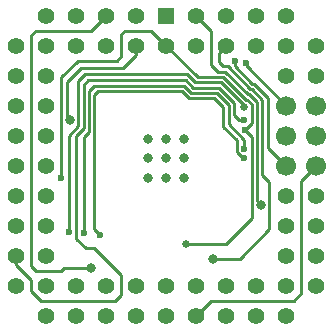
<source format=gbr>
%TF.GenerationSoftware,KiCad,Pcbnew,(6.0.4)*%
%TF.CreationDate,2022-07-16T18:09:19+02:00*%
%TF.ProjectId,AirlabMuxAtmel,4169726c-6162-44d7-9578-41746d656c2e,rev?*%
%TF.SameCoordinates,Original*%
%TF.FileFunction,Copper,L2,Bot*%
%TF.FilePolarity,Positive*%
%FSLAX46Y46*%
G04 Gerber Fmt 4.6, Leading zero omitted, Abs format (unit mm)*
G04 Created by KiCad (PCBNEW (6.0.4)) date 2022-07-16 18:09:19*
%MOMM*%
%LPD*%
G01*
G04 APERTURE LIST*
%TA.AperFunction,ComponentPad*%
%ADD10C,1.700000*%
%TD*%
%TA.AperFunction,ComponentPad*%
%ADD11R,1.422400X1.422400*%
%TD*%
%TA.AperFunction,ComponentPad*%
%ADD12C,1.422400*%
%TD*%
%TA.AperFunction,ViaPad*%
%ADD13C,0.800000*%
%TD*%
%TA.AperFunction,ViaPad*%
%ADD14C,0.600000*%
%TD*%
%TA.AperFunction,ViaPad*%
%ADD15C,0.650000*%
%TD*%
%TA.AperFunction,Conductor*%
%ADD16C,0.250000*%
%TD*%
G04 APERTURE END LIST*
D10*
%TO.P,P1,1,P1*%
%TO.N,Net-(IC3-Pad34)*%
X107950000Y-61595000D03*
%TO.P,P1,2,P2*%
%TO.N,Net-(C2-Pad1)*%
X110490000Y-61595000D03*
%TO.P,P1,3,P3*%
%TO.N,unconnected-(P1-Pad3)*%
X107950000Y-64135000D03*
%TO.P,P1,4,P4*%
%TO.N,unconnected-(P1-Pad4)*%
X110490000Y-64135000D03*
%TO.P,P1,5,P5*%
%TO.N,Net-(IC3-Pad35)*%
X107950000Y-66675000D03*
%TO.P,P1,6,P6*%
%TO.N,Net-(C2-Pad2)*%
X110490000Y-66675000D03*
%TD*%
D11*
%TO.P,IC2,1,P5.0-ADC0*%
%TO.N,SW1*%
X97790000Y-53975000D03*
D12*
%TO.P,IC2,2,VDD*%
%TO.N,Net-(C2-Pad1)*%
X97790000Y-56515000D03*
%TO.P,IC2,3,STADC*%
%TO.N,unconnected-(IC2-Pad3)*%
X95250000Y-53975000D03*
%TO.P,IC2,4,PWM0/*%
%TO.N,RST_CC*%
X95250000Y-56515000D03*
%TO.P,IC2,5,PWM1/*%
%TO.N,CS_CC*%
X92710000Y-53975000D03*
%TO.P,IC2,6,EW/*%
%TO.N,unconnected-(IC2-Pad6)*%
X92710000Y-56515000D03*
%TO.P,IC2,7,P4.0-CMSR0*%
%TO.N,LCD_D4*%
X90170000Y-53975000D03*
%TO.P,IC2,8,P4.1-CMSR1*%
%TO.N,LCD_D5*%
X90170000Y-56515000D03*
%TO.P,IC2,9,P4.2-CMSR2*%
%TO.N,LCD_D6*%
X87630000Y-53975000D03*
%TO.P,IC2,10,P4.3-CMSR3*%
%TO.N,LCD_D7*%
X85090000Y-56515000D03*
%TO.P,IC2,11,P4.4-CMSR4*%
%TO.N,LCD_RW*%
X87630000Y-56515000D03*
%TO.P,IC2,12,P4.5-CMSR5*%
%TO.N,LCD_RS*%
X85090000Y-59055000D03*
%TO.P,IC2,13,P4.6-CMT0*%
%TO.N,LCD_E*%
X87630000Y-59055000D03*
%TO.P,IC2,14,P4.7-CMT1*%
%TO.N,STRB1*%
X85090000Y-61595000D03*
%TO.P,IC2,15,RST*%
%TO.N,unconnected-(IC2-Pad15)*%
X87630000Y-61595000D03*
%TO.P,IC2,16,CT0I-P1.0*%
%TO.N,AS0*%
X85090000Y-64135000D03*
%TO.P,IC2,17,CT1I-P1.1*%
%TO.N,AS1*%
X87630000Y-64135000D03*
%TO.P,IC2,18,CT2I-P1.2*%
%TO.N,AS2*%
X85090000Y-66675000D03*
%TO.P,IC2,19,CT3I-P1.3*%
%TO.N,AS3*%
X87630000Y-66675000D03*
%TO.P,IC2,20,T2-P1.4*%
%TO.N,AS4*%
X85090000Y-69215000D03*
%TO.P,IC2,21,RT2-P1.5*%
%TO.N,STRB2*%
X87630000Y-69215000D03*
%TO.P,IC2,22,CSL-P1.6*%
%TO.N,SCL*%
X85090000Y-71755000D03*
%TO.P,IC2,23,SDA-P1.7*%
%TO.N,SDA*%
X87630000Y-71755000D03*
%TO.P,IC2,24,P3.0-RXD*%
%TO.N,RXD*%
X85090000Y-74295000D03*
%TO.P,IC2,25,P3.1-TXD*%
%TO.N,TXD*%
X87630000Y-74295000D03*
%TO.P,IC2,26,P3.2-INT0/*%
%TO.N,DATA1*%
X85090000Y-76835000D03*
%TO.P,IC2,27,P3.3-INT1/*%
%TO.N,DATA2*%
X87630000Y-79375000D03*
%TO.P,IC2,28,P3.4-T0*%
%TO.N,CLK1*%
X87630000Y-76835000D03*
%TO.P,IC2,29,P3.5-T1*%
%TO.N,CLK2*%
X90170000Y-79375000D03*
%TO.P,IC2,30,P3.6-WR/*%
%TO.N,unconnected-(IC2-Pad30)*%
X90170000Y-76835000D03*
%TO.P,IC2,31,P3.7-RD/*%
%TO.N,unconnected-(IC2-Pad31)*%
X92710000Y-79375000D03*
%TO.P,IC2,32,NC1*%
%TO.N,unconnected-(IC2-Pad32)*%
X92710000Y-76835000D03*
%TO.P,IC2,33,NC2*%
%TO.N,unconnected-(IC2-Pad33)*%
X95250000Y-79375000D03*
%TO.P,IC2,34,XTAL2*%
%TO.N,unconnected-(IC2-Pad34)*%
X95250000Y-76835000D03*
%TO.P,IC2,35,XTAL1*%
%TO.N,unconnected-(IC2-Pad35)*%
X97790000Y-79375000D03*
%TO.P,IC2,36,VSS*%
%TO.N,Net-(C2-Pad2)*%
X97790000Y-76835000D03*
%TO.P,IC2,37,VSS@1*%
X100330000Y-79375000D03*
%TO.P,IC2,38,NC3*%
%TO.N,unconnected-(IC2-Pad38)*%
X100330000Y-76835000D03*
%TO.P,IC2,39,A08-P2.0*%
%TO.N,unconnected-(IC2-Pad39)*%
X102870000Y-79375000D03*
%TO.P,IC2,40,A09-P2.1*%
%TO.N,unconnected-(IC2-Pad40)*%
X102870000Y-76835000D03*
%TO.P,IC2,41,A10-P2.2*%
%TO.N,unconnected-(IC2-Pad41)*%
X105410000Y-79375000D03*
%TO.P,IC2,42,A11-P2.3*%
%TO.N,unconnected-(IC2-Pad42)*%
X105410000Y-76835000D03*
%TO.P,IC2,43,A12-P2.4*%
%TO.N,unconnected-(IC2-Pad43)*%
X107950000Y-79375000D03*
%TO.P,IC2,44,A13-P2.5*%
%TO.N,unconnected-(IC2-Pad44)*%
X110490000Y-76835000D03*
%TO.P,IC2,45,A14-P2.6*%
%TO.N,unconnected-(IC2-Pad45)*%
X107950000Y-76835000D03*
%TO.P,IC2,46,A15-P2.7*%
%TO.N,unconnected-(IC2-Pad46)*%
X110490000Y-74295000D03*
%TO.P,IC2,47,PSEN/*%
%TO.N,unconnected-(IC2-Pad47)*%
X107950000Y-74295000D03*
%TO.P,IC2,48,ALE-PROG/*%
%TO.N,unconnected-(IC2-Pad48)*%
X110490000Y-71755000D03*
%TO.P,IC2,49,EA/VPP*%
%TO.N,unconnected-(IC2-Pad49)*%
X107950000Y-71755000D03*
%TO.P,IC2,50,AD7-P0.7*%
%TO.N,unconnected-(IC2-Pad50)*%
X110490000Y-69215000D03*
%TO.P,IC2,51,AD6-P0.6*%
%TO.N,unconnected-(IC2-Pad51)*%
X107950000Y-69215000D03*
%TO.P,IC2,58,AVREF-*%
%TO.N,unconnected-(IC2-Pad58)*%
X110490000Y-59055000D03*
%TO.P,IC2,59,AVREF+*%
%TO.N,unconnected-(IC2-Pad59)*%
X107950000Y-59055000D03*
%TO.P,IC2,60,AVSS*%
%TO.N,unconnected-(IC2-Pad60)*%
X110490000Y-56515000D03*
%TO.P,IC2,61,AVDD*%
%TO.N,unconnected-(IC2-Pad61)*%
X107950000Y-53975000D03*
%TO.P,IC2,62,P5.7-ADC7*%
%TO.N,SW8*%
X107950000Y-56515000D03*
%TO.P,IC2,63,P5.6-ADC6*%
%TO.N,SW7*%
X105410000Y-53975000D03*
%TO.P,IC2,64,P5.5-ADC5*%
%TO.N,SW6*%
X105410000Y-56515000D03*
%TO.P,IC2,65,P5.4-ADC4*%
%TO.N,SW5*%
X102870000Y-53975000D03*
%TO.P,IC2,66,P5.3-ADC3*%
%TO.N,SW4*%
X102870000Y-56515000D03*
%TO.P,IC2,67,P5.2-ADC2*%
%TO.N,SW3*%
X100330000Y-53975000D03*
%TO.P,IC2,68,P5.1-ADC1*%
%TO.N,SW2*%
X100330000Y-56515000D03*
%TD*%
D13*
%TO.N,Net-(C2-Pad2)*%
X97790000Y-67691000D03*
X97790000Y-64389000D03*
X97790000Y-66040000D03*
X99314000Y-66040000D03*
X96266000Y-66040000D03*
X96266000Y-67691000D03*
X99314000Y-67691000D03*
X99314000Y-64389000D03*
X96266000Y-64389000D03*
%TO.N,SW3*%
X105791000Y-69977000D03*
%TO.N,SW4*%
X101727000Y-74549000D03*
D14*
%TO.N,SDA*%
X104404500Y-66050854D03*
X92202000Y-72517000D03*
%TO.N,SCL*%
X90807552Y-72387448D03*
X104398437Y-65251375D03*
%TO.N,RXD*%
X104404500Y-62786637D03*
D15*
%TO.N,TXD*%
X104371266Y-61730234D03*
D14*
X89535000Y-72263000D03*
D15*
%TO.N,Net-(C2-Pad1)*%
X99441000Y-73279000D03*
D14*
X104447206Y-63650673D03*
X88900000Y-67683475D03*
D13*
%TO.N,RST_CC*%
X89624500Y-62797200D03*
%TO.N,CS_CC*%
X91440000Y-75352060D03*
D14*
%TO.N,Net-(IC3-Pad35)*%
X103587224Y-57854317D03*
%TO.N,Net-(IC3-Pad34)*%
X104529562Y-57982458D03*
%TD*%
D16*
%TO.N,Net-(C2-Pad1)*%
X102870000Y-73279000D02*
X99441000Y-73279000D01*
X105029000Y-71120000D02*
X102870000Y-73279000D01*
X105029000Y-64232467D02*
X105029000Y-71120000D01*
X104447206Y-63650673D02*
X105029000Y-64232467D01*
X100436920Y-59161920D02*
X97790000Y-56515000D01*
X102598792Y-59161920D02*
X100436920Y-59161920D01*
X104640303Y-61080723D02*
X104517595Y-61080723D01*
X105029000Y-63068879D02*
X105029000Y-61469420D01*
X105029000Y-61469420D02*
X104640303Y-61080723D01*
X104447206Y-63650673D02*
X105029000Y-63068879D01*
X104517595Y-61080723D02*
X102598792Y-59161920D01*
%TO.N,SDA*%
X91694000Y-72009000D02*
X92202000Y-72517000D01*
X91694000Y-64009436D02*
X91694000Y-72009000D01*
X91697571Y-64005864D02*
X91694000Y-64009436D01*
X91697571Y-60702429D02*
X91697571Y-64005864D01*
X99125648Y-60393520D02*
X92006480Y-60393520D01*
X99692128Y-60960000D02*
X99125648Y-60393520D01*
X92006480Y-60393520D02*
X91697571Y-60702429D01*
X101854000Y-60960000D02*
X99692128Y-60960000D01*
X102605960Y-61711960D02*
X101854000Y-60960000D01*
X102605960Y-63363678D02*
X102605960Y-61711960D01*
X104404500Y-66050854D02*
X104314723Y-66050854D01*
X104314723Y-66050854D02*
X103773926Y-65510057D01*
X103773926Y-64531644D02*
X102605960Y-63363678D01*
X103773926Y-65510057D02*
X103773926Y-64531644D01*
%TO.N,SW3*%
X104826501Y-60631203D02*
X105478520Y-61283223D01*
X101600000Y-58166000D02*
X102146400Y-58712400D01*
X104703793Y-60631203D02*
X104826501Y-60631203D01*
X105478520Y-61283223D02*
X105478520Y-69664520D01*
X100330000Y-53975000D02*
X101600000Y-55245000D01*
X105478520Y-69664520D02*
X105791000Y-69977000D01*
X102784990Y-58712400D02*
X104703793Y-60631203D01*
X101600000Y-55245000D02*
X101600000Y-58166000D01*
X102146400Y-58712400D02*
X102784990Y-58712400D01*
%TO.N,SW4*%
X105928040Y-67447040D02*
X106515511Y-68034511D01*
X106515511Y-72046489D02*
X104013000Y-74549000D01*
X102971188Y-58262880D02*
X104889991Y-60181683D01*
X102235000Y-57912000D02*
X102585880Y-58262880D01*
X104013000Y-74549000D02*
X101727000Y-74549000D01*
X105928040Y-61097026D02*
X105928040Y-67447040D01*
X102870000Y-56515000D02*
X102235000Y-57150000D01*
X105012699Y-60181684D02*
X105928040Y-61097026D01*
X102585880Y-58262880D02*
X102971188Y-58262880D01*
X102235000Y-57150000D02*
X102235000Y-57912000D01*
X106515511Y-68034511D02*
X106515511Y-72046489D01*
X104889991Y-60181683D02*
X105012699Y-60181684D01*
%TO.N,SCL*%
X102040198Y-60510480D02*
X103055480Y-61525762D01*
X103055480Y-63177480D02*
X104398437Y-64520437D01*
X104398437Y-64520437D02*
X104398437Y-65251375D01*
X91248051Y-60389949D02*
X91694000Y-59944000D01*
X103055480Y-61525762D02*
X103055480Y-63177480D01*
X99878326Y-60510480D02*
X102040198Y-60510480D01*
X99311846Y-59944000D02*
X99878326Y-60510480D01*
X90807552Y-64260166D02*
X91248051Y-63819667D01*
X91694000Y-59944000D02*
X99311846Y-59944000D01*
X90807552Y-72387448D02*
X90807552Y-64260166D01*
X91248051Y-63819667D02*
X91248051Y-60389949D01*
%TO.N,RXD*%
X103505000Y-61339564D02*
X102226396Y-60060960D01*
X103505000Y-62357000D02*
X103505000Y-61339564D01*
X90798531Y-63522344D02*
X90159511Y-64161364D01*
X103934637Y-62786637D02*
X103505000Y-62357000D01*
X90159511Y-64161364D02*
X90159511Y-72874470D01*
X91694000Y-73660000D02*
X93980000Y-75946000D01*
X99439564Y-59436000D02*
X91186000Y-59436000D01*
X93980000Y-75946000D02*
X93980000Y-77597000D01*
X87200993Y-78105000D02*
X86360000Y-77264007D01*
X91186000Y-59436000D02*
X90798531Y-59823469D01*
X104404500Y-62786637D02*
X103934637Y-62786637D01*
X100064524Y-60060960D02*
X99439564Y-59436000D01*
X86360000Y-77264007D02*
X86360000Y-76327000D01*
X86360000Y-76327000D02*
X85090000Y-75057000D01*
X90945041Y-73660000D02*
X91694000Y-73660000D01*
X102226396Y-60060960D02*
X100064524Y-60060960D01*
X90798531Y-59823469D02*
X90798531Y-63522344D01*
X90159511Y-72874470D02*
X90945041Y-73660000D01*
X85090000Y-75057000D02*
X85090000Y-74295000D01*
X93980000Y-77597000D02*
X93472000Y-78105000D01*
X93472000Y-78105000D02*
X87200993Y-78105000D01*
%TO.N,TXD*%
X100250722Y-59611440D02*
X99567282Y-58928000D01*
X104371266Y-61570112D02*
X102412594Y-59611440D01*
X90349011Y-59510989D02*
X90349011Y-63336146D01*
X99567282Y-58928000D02*
X90932000Y-58928000D01*
X89535000Y-64150157D02*
X89535000Y-72263000D01*
X104371266Y-61730234D02*
X104371266Y-61570112D01*
X90932000Y-58928000D02*
X90349011Y-59510989D01*
X102412594Y-59611440D02*
X100250722Y-59611440D01*
X90349011Y-63336146D02*
X89535000Y-64150157D01*
%TO.N,Net-(C2-Pad2)*%
X110490000Y-66675000D02*
X109220000Y-67945000D01*
X109220000Y-77470000D02*
X108585000Y-78105000D01*
X101600000Y-78105000D02*
X100330000Y-79375000D01*
X109220000Y-67945000D02*
X109220000Y-77470000D01*
X108585000Y-78105000D02*
X101600000Y-78105000D01*
%TO.N,Net-(C2-Pad1)*%
X88900000Y-59182000D02*
X90297000Y-57785000D01*
X90297000Y-57785000D02*
X93599000Y-57785000D01*
X94297500Y-55245000D02*
X96520000Y-55245000D01*
X93980000Y-55562500D02*
X94297500Y-55245000D01*
X93599000Y-57785000D02*
X93980000Y-57404000D01*
X96520000Y-55245000D02*
X97790000Y-56515000D01*
X88900000Y-67683475D02*
X88900000Y-59182000D01*
X93980000Y-57404000D02*
X93980000Y-55562500D01*
%TO.N,RST_CC*%
X90551000Y-58420000D02*
X94107000Y-58420000D01*
X89624500Y-62797200D02*
X89349520Y-62522220D01*
X95250000Y-57277000D02*
X95250000Y-56515000D01*
X94107000Y-58420000D02*
X95250000Y-57277000D01*
X89349520Y-62522220D02*
X89349520Y-59621480D01*
X89349520Y-59621480D02*
X90551000Y-58420000D01*
%TO.N,CS_CC*%
X86741000Y-75565000D02*
X86360000Y-75184000D01*
X86360000Y-75184000D02*
X86360000Y-55626000D01*
X86741000Y-55245000D02*
X91440000Y-55245000D01*
X88900000Y-75565000D02*
X86741000Y-75565000D01*
X91440000Y-75311000D02*
X89154000Y-75311000D01*
X89154000Y-75311000D02*
X88900000Y-75565000D01*
X91440000Y-75352060D02*
X91440000Y-75311000D01*
X91440000Y-55245000D02*
X92710000Y-53975000D01*
X86360000Y-55626000D02*
X86741000Y-55245000D01*
%TO.N,Net-(IC3-Pad35)*%
X106426000Y-65151000D02*
X107950000Y-66675000D01*
X103587224Y-57854317D02*
X103587224Y-58243198D01*
X106426000Y-60959265D02*
X106426000Y-65151000D01*
X103587224Y-58243198D02*
X105076190Y-59732164D01*
X105198900Y-59732165D02*
X106426000Y-60959265D01*
X105076190Y-59732164D02*
X105198900Y-59732165D01*
%TO.N,Net-(IC3-Pad34)*%
X104529562Y-57982458D02*
X104529562Y-58174562D01*
X104529562Y-58174562D02*
X107950000Y-61595000D01*
X107442000Y-61595000D02*
X107950000Y-61595000D01*
X104529562Y-57982458D02*
X104500020Y-58012000D01*
%TD*%
M02*

</source>
